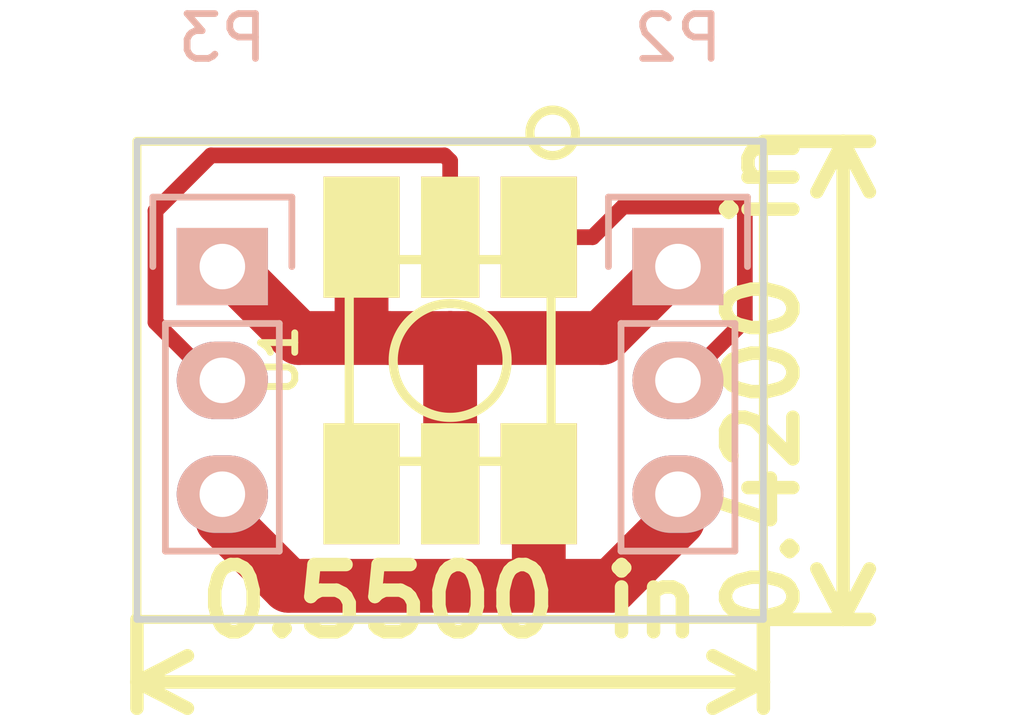
<source format=kicad_pcb>
(kicad_pcb (version 4) (host pcbnew 4.0.2+dfsg1-stable)

  (general
    (links 7)
    (no_connects 0)
    (area 134.491667 99.7835 161.543 118.079501)
    (thickness 1.6)
    (drawings 10)
    (tracks 34)
    (zones 0)
    (modules 3)
    (nets 6)
  )

  (page A4)
  (layers
    (0 F.Cu signal)
    (31 B.Cu signal)
    (32 B.Adhes user)
    (33 F.Adhes user)
    (34 B.Paste user)
    (35 F.Paste user)
    (36 B.SilkS user)
    (37 F.SilkS user)
    (38 B.Mask user)
    (39 F.Mask user)
    (40 Dwgs.User user)
    (41 Cmts.User user)
    (42 Eco1.User user)
    (43 Eco2.User user)
    (44 Edge.Cuts user)
    (45 Margin user)
    (46 B.CrtYd user)
    (47 F.CrtYd user)
    (48 B.Fab user)
    (49 F.Fab user)
  )

  (setup
    (last_trace_width 0.35)
    (trace_clearance 0.3)
    (zone_clearance 0.508)
    (zone_45_only no)
    (trace_min 0.2)
    (segment_width 0.2)
    (edge_width 0.15)
    (via_size 0.6)
    (via_drill 0.4)
    (via_min_size 0.4)
    (via_min_drill 0.3)
    (uvia_size 0.3)
    (uvia_drill 0.1)
    (uvias_allowed no)
    (uvia_min_size 0.2)
    (uvia_min_drill 0.1)
    (pcb_text_width 0.3)
    (pcb_text_size 1.5 1.5)
    (mod_edge_width 0.15)
    (mod_text_size 1 1)
    (mod_text_width 0.15)
    (pad_size 1.524 1.524)
    (pad_drill 0.762)
    (pad_to_mask_clearance 0.2)
    (aux_axis_origin 0 0)
    (visible_elements FFFFFF7F)
    (pcbplotparams
      (layerselection 0x01000_00000001)
      (usegerberextensions false)
      (excludeedgelayer true)
      (linewidth 0.100000)
      (plotframeref false)
      (viasonmask false)
      (mode 1)
      (useauxorigin false)
      (hpglpennumber 1)
      (hpglpenspeed 20)
      (hpglpendiameter 15)
      (hpglpenoverlay 2)
      (psnegative false)
      (psa4output false)
      (plotreference true)
      (plotvalue true)
      (plotinvisibletext false)
      (padsonsilk false)
      (subtractmaskfromsilk false)
      (outputformat 1)
      (mirror false)
      (drillshape 0)
      (scaleselection 1)
      (outputdirectory ""))
  )

  (net 0 "")
  (net 1 "Net-(P2-Pad2)")
  (net 2 "Net-(P3-Pad2)")
  (net 3 "Net-(U1-Pad4)")
  (net 4 VCC)
  (net 5 GND)

  (net_class Default "This is the default net class."
    (clearance 0.3)
    (trace_width 0.35)
    (via_dia 0.6)
    (via_drill 0.4)
    (uvia_dia 0.3)
    (uvia_drill 0.1)
    (add_net "Net-(P2-Pad2)")
    (add_net "Net-(P3-Pad2)")
    (add_net "Net-(U1-Pad4)")
  )

  (net_class Power ""
    (clearance 0.3)
    (trace_width 1.2)
    (via_dia 0.6)
    (via_drill 0.4)
    (uvia_dia 0.3)
    (uvia_drill 0.1)
    (add_net GND)
    (add_net VCC)
  )

  (module Pin_Headers:Pin_Header_Straight_1x03 (layer B.Cu) (tedit 0) (tstamp 56F032BA)
    (at 149.86 106.1085 180)
    (descr "Through hole pin header")
    (tags "pin header")
    (path /56F02BC2)
    (fp_text reference P2 (at 0 5.1 180) (layer B.SilkS)
      (effects (font (size 1 1) (thickness 0.15)) (justify mirror))
    )
    (fp_text value CONN_01X03 (at 0 3.1 180) (layer B.Fab)
      (effects (font (size 1 1) (thickness 0.15)) (justify mirror))
    )
    (fp_line (start -1.75 1.75) (end -1.75 -6.85) (layer B.CrtYd) (width 0.05))
    (fp_line (start 1.75 1.75) (end 1.75 -6.85) (layer B.CrtYd) (width 0.05))
    (fp_line (start -1.75 1.75) (end 1.75 1.75) (layer B.CrtYd) (width 0.05))
    (fp_line (start -1.75 -6.85) (end 1.75 -6.85) (layer B.CrtYd) (width 0.05))
    (fp_line (start -1.27 -1.27) (end -1.27 -6.35) (layer B.SilkS) (width 0.15))
    (fp_line (start -1.27 -6.35) (end 1.27 -6.35) (layer B.SilkS) (width 0.15))
    (fp_line (start 1.27 -6.35) (end 1.27 -1.27) (layer B.SilkS) (width 0.15))
    (fp_line (start 1.55 1.55) (end 1.55 0) (layer B.SilkS) (width 0.15))
    (fp_line (start 1.27 -1.27) (end -1.27 -1.27) (layer B.SilkS) (width 0.15))
    (fp_line (start -1.55 0) (end -1.55 1.55) (layer B.SilkS) (width 0.15))
    (fp_line (start -1.55 1.55) (end 1.55 1.55) (layer B.SilkS) (width 0.15))
    (pad 1 thru_hole rect (at 0 0 180) (size 2.032 1.7272) (drill 1.016) (layers *.Cu *.Mask B.SilkS)
      (net 4 VCC))
    (pad 2 thru_hole oval (at 0 -2.54 180) (size 2.032 1.7272) (drill 1.016) (layers *.Cu *.Mask B.SilkS)
      (net 1 "Net-(P2-Pad2)"))
    (pad 3 thru_hole oval (at 0 -5.08 180) (size 2.032 1.7272) (drill 1.016) (layers *.Cu *.Mask B.SilkS)
      (net 5 GND))
    (model Pin_Headers.3dshapes/Pin_Header_Straight_1x03.wrl
      (at (xyz 0 -0.1 0))
      (scale (xyz 1 1 1))
      (rotate (xyz 0 0 90))
    )
  )

  (module Pin_Headers:Pin_Header_Straight_1x03 (layer B.Cu) (tedit 0) (tstamp 56F032C1)
    (at 139.7 106.1085 180)
    (descr "Through hole pin header")
    (tags "pin header")
    (path /56F02BED)
    (fp_text reference P3 (at 0 5.1 180) (layer B.SilkS)
      (effects (font (size 1 1) (thickness 0.15)) (justify mirror))
    )
    (fp_text value CONN_01X03 (at 0 3.1 180) (layer B.Fab)
      (effects (font (size 1 1) (thickness 0.15)) (justify mirror))
    )
    (fp_line (start -1.75 1.75) (end -1.75 -6.85) (layer B.CrtYd) (width 0.05))
    (fp_line (start 1.75 1.75) (end 1.75 -6.85) (layer B.CrtYd) (width 0.05))
    (fp_line (start -1.75 1.75) (end 1.75 1.75) (layer B.CrtYd) (width 0.05))
    (fp_line (start -1.75 -6.85) (end 1.75 -6.85) (layer B.CrtYd) (width 0.05))
    (fp_line (start -1.27 -1.27) (end -1.27 -6.35) (layer B.SilkS) (width 0.15))
    (fp_line (start -1.27 -6.35) (end 1.27 -6.35) (layer B.SilkS) (width 0.15))
    (fp_line (start 1.27 -6.35) (end 1.27 -1.27) (layer B.SilkS) (width 0.15))
    (fp_line (start 1.55 1.55) (end 1.55 0) (layer B.SilkS) (width 0.15))
    (fp_line (start 1.27 -1.27) (end -1.27 -1.27) (layer B.SilkS) (width 0.15))
    (fp_line (start -1.55 0) (end -1.55 1.55) (layer B.SilkS) (width 0.15))
    (fp_line (start -1.55 1.55) (end 1.55 1.55) (layer B.SilkS) (width 0.15))
    (pad 1 thru_hole rect (at 0 0 180) (size 2.032 1.7272) (drill 1.016) (layers *.Cu *.Mask B.SilkS)
      (net 4 VCC))
    (pad 2 thru_hole oval (at 0 -2.54 180) (size 2.032 1.7272) (drill 1.016) (layers *.Cu *.Mask B.SilkS)
      (net 2 "Net-(P3-Pad2)"))
    (pad 3 thru_hole oval (at 0 -5.08 180) (size 2.032 1.7272) (drill 1.016) (layers *.Cu *.Mask B.SilkS)
      (net 5 GND))
    (model Pin_Headers.3dshapes/Pin_Header_Straight_1x03.wrl
      (at (xyz 0 -0.1 0))
      (scale (xyz 1 1 1))
      (rotate (xyz 0 0 90))
    )
  )

  (module PLCC6:PLCC6-SM-RGB-LED (layer F.Cu) (tedit 0) (tstamp 56FD6583)
    (at 144.78 108.204 270)
    (path /56FD649D)
    (solder_paste_margin -0.0762)
    (attr smd)
    (fp_text reference U1 (at 0 3.81 270) (layer F.SilkS)
      (effects (font (size 0.762 0.762) (thickness 0.1524)))
    )
    (fp_text value WS2812 (at 0 0 270) (layer F.SilkS) hide
      (effects (font (size 0.762 0.762) (thickness 0.1524)))
    )
    (fp_circle (center 0 0) (end 0 -1.27) (layer F.SilkS) (width 0.2032))
    (fp_circle (center -5.08 -2.286) (end -4.572 -2.286) (layer F.SilkS) (width 0.2032))
    (fp_line (start -2.25044 -2.25044) (end 2.25044 -2.25044) (layer F.SilkS) (width 0.2032))
    (fp_line (start 2.25044 -2.25044) (end 2.25044 2.25044) (layer F.SilkS) (width 0.2032))
    (fp_line (start 2.25044 2.25044) (end -2.25044 2.25044) (layer F.SilkS) (width 0.2032))
    (fp_line (start -2.25044 2.25044) (end -2.25044 -2.25044) (layer F.SilkS) (width 0.2032))
    (pad 1 smd rect (at -2.75082 -1.97612 270) (size 2.70002 1.69926) (layers F.Cu F.Paste F.SilkS F.Mask)
      (net 1 "Net-(P2-Pad2)"))
    (pad 2 smd rect (at -2.75082 0 270) (size 2.70002 1.30048) (layers F.Cu F.Paste F.SilkS F.Mask)
      (net 2 "Net-(P3-Pad2)"))
    (pad 3 smd rect (at -2.75082 1.97612 270) (size 2.70002 1.69926) (layers F.Cu F.Paste F.SilkS F.Mask)
      (net 4 VCC))
    (pad 4 smd rect (at 2.75082 1.97612 270) (size 2.70002 1.69926) (layers F.Cu F.Paste F.SilkS F.Mask)
      (net 3 "Net-(U1-Pad4)"))
    (pad 5 smd rect (at 2.75082 0 270) (size 2.70002 1.30048) (layers F.Cu F.Paste F.SilkS F.Mask)
      (net 4 VCC))
    (pad 6 smd rect (at 2.75082 -1.97612 270) (size 2.70002 1.69926) (layers F.Cu F.Paste F.SilkS F.Mask)
      (net 5 GND))
  )

  (dimension 13.97 (width 0.3) (layer F.SilkS)
    (gr_text "13,970 mm" (at 144.78 116.7295) (layer F.SilkS)
      (effects (font (size 1.5 1.5) (thickness 0.3)))
    )
    (feature1 (pts (xy 137.795 113.9825) (xy 137.795 118.0795)))
    (feature2 (pts (xy 151.765 113.9825) (xy 151.765 118.0795)))
    (crossbar (pts (xy 151.765 115.3795) (xy 137.795 115.3795)))
    (arrow1a (pts (xy 137.795 115.3795) (xy 138.921504 114.793079)))
    (arrow1b (pts (xy 137.795 115.3795) (xy 138.921504 115.965921)))
    (arrow2a (pts (xy 151.765 115.3795) (xy 150.638496 114.793079)))
    (arrow2b (pts (xy 151.765 115.3795) (xy 150.638496 115.965921)))
  )
  (dimension 10.668 (width 0.3) (layer F.SilkS)
    (gr_text "10,668 mm" (at 154.893 108.6485 270) (layer F.SilkS)
      (effects (font (size 1.5 1.5) (thickness 0.3)))
    )
    (feature1 (pts (xy 151.765 113.9825) (xy 156.243 113.9825)))
    (feature2 (pts (xy 151.765 103.3145) (xy 156.243 103.3145)))
    (crossbar (pts (xy 153.543 103.3145) (xy 153.543 113.9825)))
    (arrow1a (pts (xy 153.543 113.9825) (xy 152.956579 112.855996)))
    (arrow1b (pts (xy 153.543 113.9825) (xy 154.129421 112.855996)))
    (arrow2a (pts (xy 153.543 103.3145) (xy 152.956579 104.441004)))
    (arrow2b (pts (xy 153.543 103.3145) (xy 154.129421 104.441004)))
  )
  (gr_line (start 137.795 103.3145) (end 151.765 103.3145) (layer F.SilkS) (width 0.2))
  (gr_line (start 137.795 113.9825) (end 137.795 103.3145) (layer F.SilkS) (width 0.2))
  (gr_line (start 151.765 113.9825) (end 137.795 113.9825) (layer F.SilkS) (width 0.2))
  (gr_line (start 151.765 103.3145) (end 151.765 113.9825) (layer F.SilkS) (width 0.2))
  (gr_line (start 137.795 103.3145) (end 137.795 113.9825) (layer Edge.Cuts) (width 0.15))
  (gr_line (start 151.765 113.9825) (end 151.765 103.3145) (layer Edge.Cuts) (width 0.15))
  (gr_line (start 137.795 113.9825) (end 151.765 113.9825) (layer Edge.Cuts) (width 0.15))
  (gr_line (start 137.795 103.3145) (end 151.765 103.3145) (layer Edge.Cuts) (width 0.15))

  (segment (start 146.75612 105.45318) (end 147.95575 105.45318) (width 0.35) (layer F.Cu) (net 1))
  (segment (start 147.95575 105.45318) (end 148.639031 104.769899) (width 0.35) (layer F.Cu) (net 1))
  (segment (start 148.639031 104.769899) (end 151.256001 104.769899) (width 0.35) (layer F.Cu) (net 1))
  (segment (start 151.256001 104.769899) (end 151.351001 104.864899) (width 0.35) (layer F.Cu) (net 1))
  (segment (start 151.351001 104.864899) (end 151.351001 107.309899) (width 0.35) (layer F.Cu) (net 1))
  (segment (start 151.351001 107.309899) (end 150.0124 108.6485) (width 0.35) (layer F.Cu) (net 1))
  (segment (start 150.0124 108.6485) (end 149.86 108.6485) (width 0.35) (layer F.Cu) (net 1))
  (segment (start 139.7 108.6485) (end 139.505398 108.6485) (width 0.35) (layer F.Cu) (net 2))
  (segment (start 139.505398 108.6485) (end 138.208999 107.352101) (width 0.35) (layer F.Cu) (net 2))
  (segment (start 138.208999 107.352101) (end 138.208999 104.864899) (width 0.35) (layer F.Cu) (net 2))
  (segment (start 138.208999 104.864899) (end 139.445729 103.628169) (width 0.35) (layer F.Cu) (net 2))
  (segment (start 144.78 103.75317) (end 144.78 105.45318) (width 0.35) (layer F.Cu) (net 2))
  (segment (start 139.445729 103.628169) (end 144.654999 103.628169) (width 0.35) (layer F.Cu) (net 2))
  (segment (start 144.654999 103.628169) (end 144.78 103.75317) (width 0.35) (layer F.Cu) (net 2))
  (segment (start 139.7 108.6485) (end 139.6365 108.6485) (width 0.25) (layer F.Cu) (net 2))
  (segment (start 141.401212 107.703191) (end 142.494 107.703191) (width 1.2) (layer F.Cu) (net 4))
  (segment (start 142.494 107.703191) (end 143.409759 107.703191) (width 1.2) (layer F.Cu) (net 4))
  (segment (start 142.80388 105.45318) (end 142.80388 107.393311) (width 1.2) (layer F.Cu) (net 4))
  (segment (start 142.80388 107.393311) (end 142.494 107.703191) (width 1.2) (layer F.Cu) (net 4))
  (segment (start 139.806521 106.1085) (end 141.401212 107.703191) (width 1.2) (layer F.Cu) (net 4))
  (segment (start 144.78 107.703191) (end 148.158788 107.703191) (width 1.2) (layer F.Cu) (net 4))
  (segment (start 148.158788 107.703191) (end 149.753479 106.1085) (width 1.2) (layer F.Cu) (net 4))
  (segment (start 149.753479 106.1085) (end 149.86 106.1085) (width 1.2) (layer F.Cu) (net 4))
  (segment (start 139.7 106.1085) (end 139.806521 106.1085) (width 1.2) (layer F.Cu) (net 4))
  (segment (start 143.409759 107.703191) (end 144.78 107.703191) (width 1.2) (layer F.Cu) (net 4))
  (segment (start 144.78 110.95482) (end 144.78 107.703191) (width 1.2) (layer F.Cu) (net 4))
  (segment (start 141.1732 113.2332) (end 146.812 113.2332) (width 1.2) (layer F.Cu) (net 5))
  (segment (start 146.75612 113.17732) (end 146.812 113.2332) (width 1.2) (layer F.Cu) (net 5))
  (segment (start 146.812 113.2332) (end 148.3868 113.2332) (width 1.2) (layer F.Cu) (net 5))
  (segment (start 146.75612 110.95482) (end 146.75612 113.17732) (width 1.2) (layer F.Cu) (net 5))
  (segment (start 148.3868 113.2332) (end 149.86 111.76) (width 1.2) (layer F.Cu) (net 5))
  (segment (start 139.7 111.76) (end 141.1732 113.2332) (width 1.2) (layer F.Cu) (net 5))
  (segment (start 139.7 111.1885) (end 139.7 111.76) (width 1.2) (layer F.Cu) (net 5))
  (segment (start 149.86 111.76) (end 149.86 111.1885) (width 1.2) (layer F.Cu) (net 5))

)

</source>
